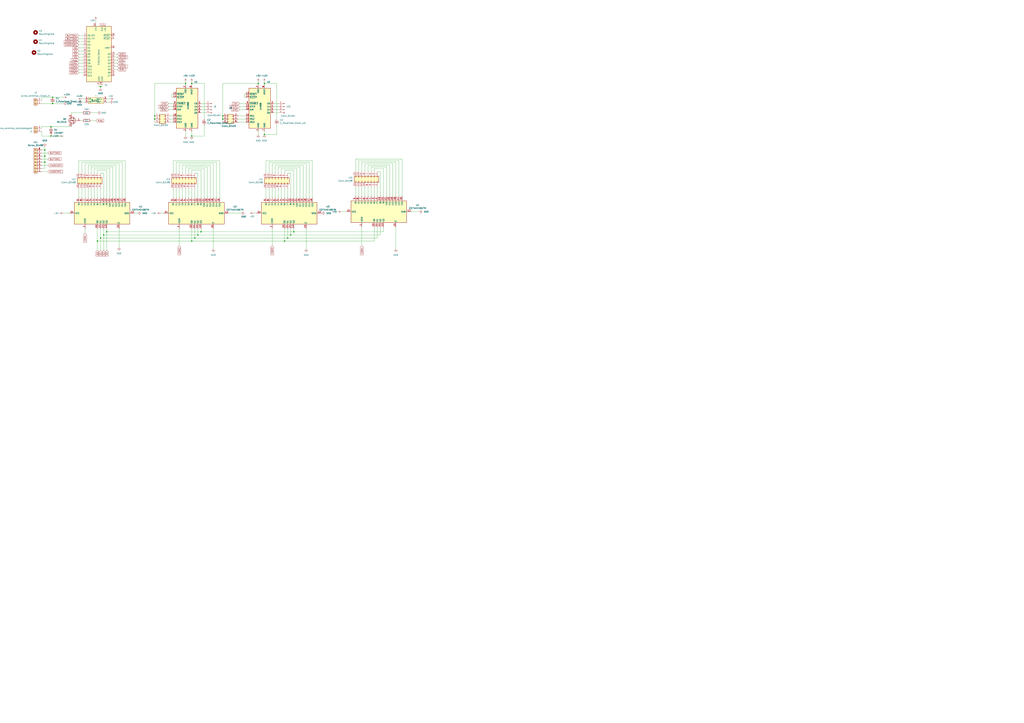
<source format=kicad_sch>
(kicad_sch (version 20250114) (generator "eeschema") (generator_version "9.0")
  (paper "A1")
  (lib_symbols
    (symbol "74xx:CD74HC4067M"
      (property "Reference" "U" (at -8.89 22.86 0))
      (property "Value" "CD74HC4067M" (at 1.27 22.86 0))
      (symbol "CD74HC4067M_1_1"
        (pin passive line (at -12.7 12.7 0) (length 3.81) (name "COM") (number "1"))
        (pin input line (at -12.7 2.54 0) (length 3.81) (name "S0") (number "10"))
        (pin input line (at -12.7 0 0) (length 3.81) (name "S1") (number "11"))
        (pin input line (at -12.7 -2.54 0) (length 3.81) (name "S2") (number "14"))
        (pin input line (at -12.7 -5.08 0) (length 3.81) (name "S3") (number "13"))
        (pin input line (at -12.7 -15.24 0) (length 3.81) (name "~{E}") (number "15"))
        (pin power_in line (at 0 25.4 270) (length 3.81) (name "VCC") (number "24"))
        (pin power_in line (at 0 -27.94 90) (length 3.81) (name "GND") (number "12"))
        (pin passive line (at 12.7 17.78 180) (length 3.81) (name "I0") (number "9"))
        (pin passive line (at 12.7 15.24 180) (length 3.81) (name "I1") (number "8"))
        (pin passive line (at 12.7 12.7 180) (length 3.81) (name "I2") (number "7"))
        (pin passive line (at 12.7 10.16 180) (length 3.81) (name "I3") (number "6"))
        (pin passive line (at 12.7 7.62 180) (length 3.81) (name "I4") (number "5"))
        (pin passive line (at 12.7 5.08 180) (length 3.81) (name "I5") (number "4"))
        (pin passive line (at 12.7 2.54 180) (length 3.81) (name "I6") (number "3"))
        (pin passive line (at 12.7 0 180) (length 3.81) (name "I7") (number "2"))
        (pin passive line (at 12.7 -2.54 180) (length 3.81) (name "I8") (number "23"))
        (pin passive line (at 12.7 -5.08 180) (length 3.81) (name "I9") (number "22"))
        (pin passive line (at 12.7 -7.62 180) (length 3.81) (name "I10") (number "21"))
        (pin passive line (at 12.7 -10.16 180) (length 3.81) (name "I11") (number "20"))
        (pin passive line (at 12.7 -12.7 180) (length 3.81) (name "I12") (number "19"))
        (pin passive line (at 12.7 -15.24 180) (length 3.81) (name "I13") (number "18"))
        (pin passive line (at 12.7 -17.78 180) (length 3.81) (name "I14") (number "17"))
        (pin passive line (at 12.7 -20.32 180) (length 3.81) (name "I15") (number "16"))
      )
    )
    (symbol "Conn_01x04_Pin_1" (pin_names (offset 1.016) (hide yes))
      (property "Reference" "J9" (at -1.27 -2.5401 0))
      (property "Value" "Conn_01x04_Pin" (at -1.27 -0.0001 0))
      (symbol "Conn_01x04_Pin_1_1_1"
        (pin passive line (at 5.08 2.54 180) (length 3.81) (name "Pin_1") (number "4"))
        (pin passive line (at 5.08 0 180) (length 3.81) (name "Pin_2") (number "3"))
        (pin passive line (at 5.08 -2.54 180) (length 3.81) (name "Pin_3") (number "2"))
        (pin passive line (at 5.08 -5.08 180) (length 3.81) (name "Pin_4") (number "1"))
      )
    )
    (symbol "Conn_02x03_Counter_Clockwise_1" (pin_names (offset 1.016) (hide yes))
      (property "Reference" "J7" (at 1.27 8.89 0))
      (property "Value" "Conn_02x03_Counter_Clockwise" (at 1.27 6.35 0))
      (symbol "Conn_02x03_Counter_Clockwise_1_1_1"
        (pin passive line (at -5.08 2.54 0) (length 3.81) (name "Pin_1") (number "1"))
        (pin passive line (at -5.08 0 0) (length 3.81) (name "Pin_2") (number "3"))
        (pin passive line (at -5.08 -2.54 0) (length 3.81) (name "Pin_3") (number "5"))
        (pin passive line (at 7.62 2.54 180) (length 3.81) (name "Pin_6") (number "2"))
        (pin passive line (at 7.62 0 180) (length 3.81) (name "Pin_5") (number "4"))
        (pin passive line (at 7.62 -2.54 180) (length 3.81) (name "Pin_4") (number "6"))
      )
    )
    (symbol "Conn_02x08_Odd_Even_2" (pin_names (offset 1.016) (hide yes))
      (property "Reference" "J12" (at -0.0001 -12.7 90))
      (property "Value" "Conn_02x08_Odd_Even" (at 2.5399 -12.7 90))
      (symbol "Conn_02x08_Odd_Even_2_1_1"
        (pin passive line (at -5.08 7.62 0) (length 3.81) (name "Pin_1") (number "1"))
        (pin passive line (at -5.08 5.08 0) (length 3.81) (name "Pin_3") (number "3"))
        (pin passive line (at -5.08 2.54 0) (length 3.81) (name "Pin_5") (number "5"))
        (pin passive line (at -5.08 0 0) (length 3.81) (name "Pin_7") (number "7"))
        (pin passive line (at -5.08 -2.54 0) (length 3.81) (name "Pin_9") (number "9"))
        (pin passive line (at -5.08 -5.08 0) (length 3.81) (name "Pin_11") (number "11"))
        (pin passive line (at -5.08 -7.62 0) (length 3.81) (name "Pin_13") (number "13"))
        (pin passive line (at -5.08 -10.16 0) (length 3.81) (name "Pin_15") (number "15"))
        (pin passive line (at 7.62 7.62 180) (length 3.81) (name "Pin_2") (number "2"))
        (pin passive line (at 7.62 5.08 180) (length 3.81) (name "Pin_4") (number "4"))
        (pin passive line (at 7.62 2.54 180) (length 3.81) (name "Pin_6") (number "6"))
        (pin passive line (at 7.62 0 180) (length 3.81) (name "Pin_8") (number "8"))
        (pin passive line (at 7.62 -2.54 180) (length 3.81) (name "6") (number "10"))
        (pin passive line (at 7.62 -5.08 180) (length 3.81) (name "Pin_12") (number "12"))
        (pin passive line (at 7.62 -7.62 180) (length 3.81) (name "Pin_14") (number "14"))
        (pin passive line (at 7.62 -10.16 180) (length 3.81) (name "Pin_16") (number "16"))
      )
    )
    (symbol "Connector:Screw_Terminal_01x02" (pin_names (offset 1.016) (hide yes))
      (property "Reference" "J" (at 0 2.54 0))
      (property "Value" "Screw_Terminal_01x02" (at 0 -5.08 0))
      (symbol "Screw_Terminal_01x02_1_1"
        (pin passive line (at -5.08 0 0) (length 3.81) (name "Pin_1") (number "1"))
        (pin passive line (at -5.08 -2.54 0) (length 3.81) (name "Pin_2") (number "2"))
      )
    )
    (symbol "Connector:Screw_Terminal_01x08" (pin_names (offset 1.016) (hide yes))
      (property "Reference" "J" (at 0 10.16 0))
      (property "Value" "Screw_Terminal_01x08" (at 0 -12.7 0))
      (symbol "Screw_Terminal_01x08_1_1"
        (pin passive line (at -5.08 7.62 0) (length 3.81) (name "Pin_1") (number "1"))
        (pin passive line (at -5.08 5.08 0) (length 3.81) (name "Pin_2") (number "2"))
        (pin passive line (at -5.08 2.54 0) (length 3.81) (name "Pin_3") (number "3"))
        (pin passive line (at -5.08 0 0) (length 3.81) (name "Pin_4") (number "4"))
        (pin passive line (at -5.08 -2.54 0) (length 3.81) (name "Pin_5") (number "5"))
        (pin passive line (at -5.08 -5.08 0) (length 3.81) (name "Pin_6") (number "6"))
        (pin passive line (at -5.08 -7.62 0) (length 3.81) (name "Pin_7") (number "7"))
        (pin passive line (at -5.08 -10.16 0) (length 3.81) (name "Pin_8") (number "8"))
      )
    )
    (symbol "Connector_Generic:Conn_02x03_Counter_Clockwise" (pin_names (offset 1.016) (hide yes))
      (property "Reference" "J8" (at 1.27 8.89 0))
      (property "Value" "Conn_02x03_Counter_Clockwise" (at 1.27 6.35 0))
      (symbol "Conn_02x03_Counter_Clockwise_1_1"
        (pin passive line (at -5.08 2.54 0) (length 3.81) (name "Pin_1") (number "1"))
        (pin passive line (at -5.08 0 0) (length 3.81) (name "Pin_2") (number "3"))
        (pin passive line (at -5.08 -2.54 0) (length 3.81) (name "Pin_3") (number "5"))
        (pin passive line (at 7.62 2.54 180) (length 3.81) (name "Pin_6") (number "2"))
        (pin passive line (at 7.62 0 180) (length 3.81) (name "Pin_5") (number "4"))
        (pin passive line (at 7.62 -2.54 180) (length 3.81) (name "Pin_4") (number "6"))
      )
    )
    (symbol "Device:C_Polarized_Small_US" (pin_numbers (hide yes)) (pin_names (offset 0.254) (hide yes))
      (property "Reference" "C" (at 0.254 1.778 0))
      (property "Value" "C_Polarized_Small_US" (at 0.254 -2.032 0))
      (symbol "C_Polarized_Small_US_1_1"
        (pin passive line (at 0 2.54 270) (length 2.032) (name "~") (number "1"))
        (pin passive line (at 0 -2.54 90) (length 2.032) (name "~") (number "2"))
      )
    )
    (symbol "Device:R" (pin_numbers (hide yes)) (pin_names (offset 0))
      (property "Reference" "R" (at 2.032 0 90))
      (property "Value" "R" (at 0 0 90))
      (symbol "R_1_1"
        (pin passive line (at 0 3.81 270) (length 1.27) (name "~") (number "1"))
        (pin passive line (at 0 -3.81 90) (length 1.27) (name "~") (number "2"))
      )
    )
    (symbol "Diode:1N4007" (pin_numbers (hide yes)) (pin_names (hide yes))
      (property "Reference" "D" (at 0 2.54 0))
      (property "Value" "1N4007" (at 0 -2.54 0))
      (symbol "1N4007_1_1"
        (pin passive line (at -3.81 0 0) (length 2.54) (name "K") (number "1"))
        (pin passive line (at 3.81 0 180) (length 2.54) (name "A") (number "2"))
      )
    )
    (symbol "Driver_Motor:Pololu_Breakout_A4988"
      (property "Reference" "A" (at -2.54 19.05 0))
      (property "Value" "Pololu_Breakout_A4988" (at -2.54 16.51 0))
      (symbol "Pololu_Breakout_A4988_1_1"
        (pin input line (at -10.16 10.16 0) (length 2.54) (name "~{RESET}") (number "13"))
        (pin input line (at -10.16 7.62 0) (length 2.54) (name "~{SLEEP}") (number "14"))
        (pin input line (at -10.16 2.54 0) (length 2.54) (name "~{ENABLE}") (number "9"))
        (pin input line (at -10.16 0 0) (length 2.54) (name "STEP") (number "15"))
        (pin input line (at -10.16 -2.54 0) (length 2.54) (name "DIR") (number "16"))
        (pin input line (at -10.16 -7.62 0) (length 2.54) (name "MS1") (number "10"))
        (pin input line (at -10.16 -10.16 0) (length 2.54) (name "MS2") (number "11"))
        (pin input line (at -10.16 -12.7 0) (length 2.54) (name "MS3") (number "12"))
        (pin power_in line (at 0 17.78 270) (length 2.54) (name "VDD") (number "2"))
        (pin power_in line (at 0 -20.32 90) (length 2.54) (name "GND") (number "1"))
        (pin power_in line (at 5.08 17.78 270) (length 2.54) (name "VMOT") (number "8"))
        (pin power_in line (at 5.08 -20.32 90) (length 2.54) (name "GND") (number "7"))
        (pin output line (at 12.7 2.54 180) (length 2.54) (name "1B") (number "3"))
        (pin output line (at 12.7 0 180) (length 2.54) (name "1A") (number "4"))
        (pin output line (at 12.7 -2.54 180) (length 2.54) (name "2A") (number "5"))
        (pin output line (at 12.7 -5.08 180) (length 2.54) (name "2B") (number "6"))
      )
    )
    (symbol "Emil:LM2597_module"
      (property "Reference" "BUCK1" (at 8.382 2.286 0))
      (property "Value" "~" (at 8.89 6.35 0))
      (symbol "LM2597_module_1_1"
        (pin input line (at 0 3.81 0) (length 2.54) (name "IN+") (number "1"))
        (pin input line (at 0 1.27 0) (length 2.54) (name "IN-") (number "2"))
        (pin output line (at 17.78 3.81 180) (length 2.54) (name "OUT+") (number "3"))
        (pin output line (at 17.78 1.27 180) (length 2.54) (name "OUT-") (number "4"))
      )
    )
    (symbol "MCU_Module:Arduino_Nano_v3.x"
      (property "Reference" "A" (at -10.16 23.495 0))
      (property "Value" "Arduino_Nano_v3.x" (at 5.08 -24.13 0))
      (symbol "Arduino_Nano_v3.x_1_1"
        (pin bidirectional line (at -12.7 15.24 0) (length 2.54) (name "D0/RX") (number "2"))
        (pin bidirectional line (at -12.7 12.7 0) (length 2.54) (name "D1/TX") (number "1"))
        (pin bidirectional line (at -12.7 10.16 0) (length 2.54) (name "D2") (number "5"))
        (pin bidirectional line (at -12.7 7.62 0) (length 2.54) (name "D3") (number "6"))
        (pin bidirectional line (at -12.7 5.08 0) (length 2.54) (name "D4") (number "7"))
        (pin bidirectional line (at -12.7 2.54 0) (length 2.54) (name "D5") (number "8"))
        (pin bidirectional line (at -12.7 0 0) (length 2.54) (name "D6") (number "9"))
        (pin bidirectional line (at -12.7 -2.54 0) (length 2.54) (name "D7") (number "10"))
        (pin bidirectional line (at -12.7 -5.08 0) (length 2.54) (name "D8") (number "11"))
        (pin bidirectional line (at -12.7 -7.62 0) (length 2.54) (name "D9") (number "12"))
        (pin bidirectional line (at -12.7 -10.16 0) (length 2.54) (name "D10") (number "13"))
        (pin bidirectional line (at -12.7 -12.7 0) (length 2.54) (name "D11") (number "14"))
        (pin bidirectional line (at -12.7 -15.24 0) (length 2.54) (name "D12") (number "15"))
        (pin bidirectional line (at -12.7 -17.78 0) (length 2.54) (name "D13") (number "16"))
        (pin power_in line (at -2.54 25.4 270) (length 2.54) (name "VIN") (number "30"))
        (pin power_in line (at 0 -25.4 90) (length 2.54) (name "GND") (number "4"))
        (pin power_out line (at 2.54 25.4 270) (length 2.54) (name "3V3") (number "17"))
        (pin power_in line (at 2.54 -25.4 90) (length 2.54) (name "GND") (number "29"))
        (pin power_out line (at 5.08 25.4 270) (length 2.54) (name "+5V") (number "27"))
        (pin input line (at 12.7 15.24 180) (length 2.54) (name "~{RESET}") (number "28"))
        (pin input line (at 12.7 12.7 180) (length 2.54) (name "~{RESET}") (number "3"))
        (pin input line (at 12.7 5.08 180) (length 2.54) (name "AREF") (number "18"))
        (pin bidirectional line (at 12.7 0 180) (length 2.54) (name "A0") (number "19"))
        (pin bidirectional line (at 12.7 -2.54 180) (length 2.54) (name "A1") (number "20"))
        (pin bidirectional line (at 12.7 -5.08 180) (length 2.54) (name "A2") (number "21"))
        (pin bidirectional line (at 12.7 -7.62 180) (length 2.54) (name "A3") (number "22"))
        (pin bidirectional line (at 12.7 -10.16 180) (length 2.54) (name "A4") (number "23"))
        (pin bidirectional line (at 12.7 -12.7 180) (length 2.54) (name "A5") (number "24"))
        (pin bidirectional line (at 12.7 -15.24 180) (length 2.54) (name "A6") (number "25"))
        (pin bidirectional line (at 12.7 -17.78 180) (length 2.54) (name "A7") (number "26"))
      )
    )
    (symbol "Mechanical:MountingHole" (pin_names (offset 1.016)) (exclude_from_sim yes) (in_bom no)
      (property "Reference" "H" (at 0 5.08 0))
      (property "Value" "MountingHole" (at 0 3.175 0))
    )
    (symbol "R_1" (pin_numbers (hide yes)) (pin_names (offset 0))
      (property "Reference" "R1" (at 6.35 0 90))
      (property "Value" "220" (at 3.81 0 90))
      (symbol "R_1_1_1"
        (pin passive line (at 0 3.81 270) (length 1.27) (name "~") (number "1"))
        (pin passive line (at 0 -3.81 90) (length 1.27) (name "~") (number "2"))
      )
    )
    (symbol "Transistor_FET:IRLZ34N" (pin_names (hide yes))
      (property "Reference" "Q" (at 5.08 1.905 0))
      (property "Value" "IRLZ34N" (at 5.08 0 0))
      (symbol "IRLZ34N_1_1"
        (pin input line (at -5.08 0 0) (length 2.54) (name "G") (number "1"))
        (pin passive line (at 2.54 5.08 270) (length 2.54) (name "D") (number "2"))
        (pin passive line (at 2.54 -5.08 90) (length 2.54) (name "S") (number "3"))
      )
    )
    (symbol "power:+12V" (power) (pin_numbers (hide yes)) (pin_names (offset 0) (hide yes))
      (property "Value" "+12V" (at 0 3.556 0))
      (symbol "+12V_1_1"
        (pin power_in line (at 0 0 90) (length 0) (name "~") (number "1"))
      )
    )
    (symbol "power:+5V" (power) (pin_numbers (hide yes)) (pin_names (offset 0) (hide yes))
      (property "Value" "+5V" (at 0 3.556 0))
      (symbol "+5V_1_1"
        (pin power_in line (at 0 0 90) (length 0) (name "~") (number "1"))
      )
    )
    (symbol "power:GND" (power) (pin_numbers (hide yes)) (pin_names (offset 0) (hide yes))
      (property "Value" "GND" (at 0 -3.81 0))
      (symbol "GND_1_1"
        (pin power_in line (at 0 0 270) (length 0) (name "~") (number "1"))
      )
    )
  )
  (junction (at 36.83 123.19))
  (junction (at 80.01 198.12))
  (junction (at 182.88 97.79))
  (junction (at 233.68 198.12))
  (junction (at 182.88 95.25))
  (junction (at 236.22 195.58))
  (junction (at 165.1 190.5))
  (junction (at 82.55 195.58))
  (junction (at 36.83 133.35))
  (junction (at 162.56 193.04))
  (junction (at 241.3 190.5))
  (junction (at 217.17 68.58))
  (junction (at 152.4 68.58))
  (junction (at 157.48 198.12))
  (junction (at 41.91 104.14))
  (junction (at 127 95.25))
  (junction (at 41.91 111.76))
  (junction (at 160.02 195.58))
  (junction (at 217.17 110.49))
  (junction (at 87.63 190.5))
  (junction (at 43.18 85.09))
  (junction (at 43.18 80.01))
  (junction (at 127 97.79))
  (junction (at 82.55 71.12))
  (junction (at 36.83 128.27))
  (junction (at 157.48 68.58))
  (junction (at 85.09 193.04))
  (junction (at 157.48 111.76))
  (junction (at 212.09 68.58))
  (junction (at 238.76 193.04))
  (wire (pts (xy 142.24 80.01) (xy 140.97 80.01)))
  (wire (pts (xy 80.01 92.71) (xy 74.93 92.71)))
  (wire (pts (xy 223.52 187.96) (xy 223.52 201.93)))
  (wire (pts (xy 297.18 153.67) (xy 297.18 161.29)))
  (wire (pts (xy 149.86 142.24) (xy 149.86 135.89)))
  (wire (pts (xy 90.17 138.43) (xy 90.17 162.56)))
  (wire (pts (xy 195.58 95.25) (xy 201.93 95.25)))
  (wire (pts (xy 187.96 175.26) (xy 198.12 175.26)))
  (wire (pts (xy 294.64 153.67) (xy 294.64 161.29)))
  (wire (pts (xy 196.85 87.63) (xy 201.93 87.63)))
  (wire (pts (xy 58.42 92.71) (xy 58.42 93.98)))
  (wire (pts (xy 139.7 100.33) (xy 142.24 100.33)))
  (wire (pts (xy 85.09 193.04) (xy 85.09 205.74)))
  (wire (pts (xy 72.39 154.94) (xy 72.39 162.56)))
  (wire (pts (xy 77.47 138.43) (xy 90.17 138.43)))
  (wire (pts (xy 110.49 175.26) (xy 113.03 175.26)))
  (wire (pts (xy 154.94 142.24) (xy 154.94 138.43)))
  (wire (pts (xy 236.22 195.58) (xy 309.88 195.58)))
  (wire (pts (xy 36.83 138.43) (xy 36.83 133.35)))
  (wire (pts (xy 280.67 173.99) (xy 284.48 173.99)))
  (wire (pts (xy 165.1 92.71) (xy 168.91 92.71)))
  (wire (pts (xy 320.04 135.89) (xy 320.04 161.29)))
  (wire (pts (xy 152.4 68.58) (xy 152.4 69.85)))
  (wire (pts (xy 85.09 142.24) (xy 85.09 162.56)))
  (wire (pts (xy 92.71 137.16) (xy 92.71 162.56)))
  (wire (pts (xy 223.52 142.24) (xy 223.52 134.62)))
  (wire (pts (xy 144.78 142.24) (xy 144.78 133.35)))
  (wire (pts (xy 224.79 87.63) (xy 228.6 87.63)))
  (wire (pts (xy 182.88 95.25) (xy 182.88 97.79)))
  (wire (pts (xy 292.1 140.97) (xy 292.1 130.81)))
  (wire (pts (xy 317.5 137.16) (xy 317.5 161.29)))
  (wire (pts (xy 302.26 140.97) (xy 302.26 135.89)))
  (wire (pts (xy 167.64 138.43) (xy 167.64 162.56)))
  (wire (pts (xy 67.31 142.24) (xy 67.31 133.35)))
  (wire (pts (xy 162.56 142.24) (xy 162.56 162.56)))
  (wire (pts (xy 165.1 87.63) (xy 168.91 87.63)))
  (wire (pts (xy 41.91 104.14) (xy 58.42 104.14)))
  (wire (pts (xy 80.01 198.12) (xy 80.01 205.74)))
  (wire (pts (xy 195.58 100.33) (xy 201.93 100.33)))
  (wire (pts (xy 127 68.58) (xy 152.4 68.58)))
  (wire (pts (xy 251.46 134.62) (xy 251.46 162.56)))
  (wire (pts (xy 243.84 138.43) (xy 243.84 162.56)))
  (wire (pts (xy 254 133.35) (xy 254 162.56)))
  (wire (pts (xy 142.24 132.08) (xy 180.34 132.08)))
  (wire (pts (xy 236.22 142.24) (xy 238.76 142.24)))
  (wire (pts (xy 224.79 85.09) (xy 228.6 85.09)))
  (wire (pts (xy 292.1 130.81) (xy 330.2 130.81)))
  (wire (pts (xy 297.18 186.69) (xy 297.18 201.93)))
  (wire (pts (xy 64.77 39.37) (xy 68.58 39.37)))
  (wire (pts (xy 34.29 82.55) (xy 34.29 80.01)))
  (wire (pts (xy 218.44 132.08) (xy 256.54 132.08)))
  (wire (pts (xy 297.18 133.35) (xy 325.12 133.35)))
  (wire (pts (xy 127 95.25) (xy 127 97.79)))
  (wire (pts (xy 64.77 132.08) (xy 102.87 132.08)))
  (wire (pts (xy 238.76 142.24) (xy 238.76 162.56)))
  (wire (pts (xy 196.85 85.09) (xy 201.93 85.09)))
  (wire (pts (xy 82.55 195.58) (xy 160.02 195.58)))
  (wire (pts (xy 83.82 69.85) (xy 83.82 71.12)))
  (wire (pts (xy 322.58 134.62) (xy 322.58 161.29)))
  (wire (pts (xy 80.01 187.96) (xy 80.01 198.12)))
  (wire (pts (xy 223.52 134.62) (xy 251.46 134.62)))
  (wire (pts (xy 157.48 68.58) (xy 157.48 69.85)))
  (wire (pts (xy 299.72 140.97) (xy 299.72 134.62)))
  (wire (pts (xy 314.96 138.43) (xy 314.96 161.29)))
  (wire (pts (xy 157.48 111.76) (xy 167.64 111.76)))
  (wire (pts (xy 299.72 134.62) (xy 322.58 134.62)))
  (wire (pts (xy 142.24 142.24) (xy 142.24 132.08)))
  (wire (pts (xy 175.26 187.96) (xy 175.26 204.47)))
  (wire (pts (xy 182.88 68.58) (xy 182.88 95.25)))
  (wire (pts (xy 39.37 130.81) (xy 34.29 130.81)))
  (wire (pts (xy 85.09 193.04) (xy 162.56 193.04)))
  (wire (pts (xy 233.68 198.12) (xy 307.34 198.12)))
  (wire (pts (xy 217.17 67.31) (xy 217.17 68.58)))
  (wire (pts (xy 127 97.79) (xy 127 100.33)))
  (wire (pts (xy 77.47 142.24) (xy 77.47 138.43)))
  (wire (pts (xy 157.48 198.12) (xy 157.48 187.96)))
  (wire (pts (xy 157.48 107.95) (xy 157.48 111.76)))
  (wire (pts (xy 82.55 142.24) (xy 85.09 142.24)))
  (wire (pts (xy 218.44 154.94) (xy 218.44 162.56)))
  (wire (pts (xy 82.55 187.96) (xy 82.55 195.58)))
  (wire (pts (xy 64.77 142.24) (xy 64.77 132.08)))
  (wire (pts (xy 34.29 111.76) (xy 41.91 111.76)))
  (wire (pts (xy 34.29 138.43) (xy 36.83 138.43)))
  (wire (pts (xy 87.63 139.7) (xy 87.63 162.56)))
  (wire (pts (xy 248.92 135.89) (xy 248.92 162.56)))
  (wire (pts (xy 241.3 139.7) (xy 241.3 162.56)))
  (wire (pts (xy 67.31 154.94) (xy 67.31 162.56)))
  (wire (pts (xy 307.34 153.67) (xy 307.34 161.29)))
  (wire (pts (xy 93.98 52.07) (xy 96.52 52.07)))
  (wire (pts (xy 152.4 67.31) (xy 152.4 68.58)))
  (wire (pts (xy 142.24 154.94) (xy 142.24 162.56)))
  (wire (pts (xy 307.34 198.12) (xy 307.34 186.69)))
  (wire (pts (xy 297.18 140.97) (xy 297.18 133.35)))
  (wire (pts (xy 325.12 186.69) (xy 325.12 204.47)))
  (wire (pts (xy 74.93 142.24) (xy 74.93 137.16)))
  (wire (pts (xy 226.06 154.94) (xy 226.06 162.56)))
  (wire (pts (xy 226.06 135.89) (xy 248.92 135.89)))
  (wire (pts (xy 64.77 34.29) (xy 68.58 34.29)))
  (wire (pts (xy 160.02 195.58) (xy 160.02 187.96)))
  (wire (pts (xy 95.25 135.89) (xy 95.25 162.56)))
  (wire (pts (xy 217.17 68.58) (xy 217.17 69.85)))
  (wire (pts (xy 77.47 154.94) (xy 77.47 162.56)))
  (wire (pts (xy 165.1 139.7) (xy 165.1 162.56)))
  (wire (pts (xy 64.77 36.83) (xy 68.58 36.83)))
  (wire (pts (xy 82.55 195.58) (xy 82.55 205.74)))
  (wire (pts (xy 304.8 137.16) (xy 317.5 137.16)))
  (wire (pts (xy 304.8 153.67) (xy 304.8 161.29)))
  (wire (pts (xy 162.56 193.04) (xy 162.56 187.96)))
  (wire (pts (xy 39.37 125.73) (xy 34.29 125.73)))
  (wire (pts (xy 325.12 133.35) (xy 325.12 161.29)))
  (wire (pts (xy 140.97 77.47) (xy 142.24 77.47)))
  (wire (pts (xy 43.18 80.01) (xy 52.07 80.01)))
  (wire (pts (xy 246.38 137.16) (xy 246.38 162.56)))
  (wire (pts (xy 152.4 137.16) (xy 170.18 137.16)))
  (wire (pts (xy 238.76 187.96) (xy 238.76 193.04)))
  (wire (pts (xy 182.88 68.58) (xy 212.09 68.58)))
  (wire (pts (xy 212.09 107.95) (xy 212.09 110.49)))
  (wire (pts (xy 87.63 81.28) (xy 90.17 81.28)))
  (wire (pts (xy 236.22 195.58) (xy 236.22 187.96)))
  (wire (pts (xy 309.88 140.97) (xy 312.42 140.97)))
  (wire (pts (xy 74.93 154.94) (xy 74.93 162.56)))
  (wire (pts (xy 36.83 123.19) (xy 36.83 128.27)))
  (wire (pts (xy 87.63 190.5) (xy 165.1 190.5)))
  (wire (pts (xy 64.77 29.21) (xy 68.58 29.21)))
  (wire (pts (xy 147.32 154.94) (xy 147.32 162.56)))
  (wire (pts (xy 224.79 92.71) (xy 228.6 92.71)))
  (wire (pts (xy 162.56 193.04) (xy 238.76 193.04)))
  (wire (pts (xy 138.43 85.09) (xy 142.24 85.09)))
  (wire (pts (xy 69.85 187.96) (xy 69.85 191.77)))
  (wire (pts (xy 212.09 67.31) (xy 212.09 68.58)))
  (wire (pts (xy 160.02 154.94) (xy 160.02 162.56)))
  (wire (pts (xy 218.44 142.24) (xy 218.44 132.08)))
  (wire (pts (xy 132.08 175.26) (xy 134.62 175.26)))
  (wire (pts (xy 74.93 137.16) (xy 92.71 137.16)))
  (wire (pts (xy 36.83 133.35) (xy 34.29 133.35)))
  (wire (pts (xy 39.37 135.89) (xy 34.29 135.89)))
  (wire (pts (xy 80.01 142.24) (xy 80.01 139.7)))
  (wire (pts (xy 236.22 154.94) (xy 236.22 162.56)))
  (wire (pts (xy 337.82 173.99) (xy 344.17 173.99)))
  (wire (pts (xy 52.07 175.26) (xy 57.15 175.26)))
  (wire (pts (xy 139.7 95.25) (xy 142.24 95.25)))
  (wire (pts (xy 294.64 140.97) (xy 294.64 132.08)))
  (wire (pts (xy 34.29 85.09) (xy 43.18 85.09)))
  (wire (pts (xy 208.28 175.26) (xy 210.82 175.26)))
  (wire (pts (xy 83.82 71.12) (xy 82.55 71.12)))
  (wire (pts (xy 292.1 153.67) (xy 292.1 161.29)))
  (wire (pts (xy 64.77 54.61) (xy 68.58 54.61)))
  (wire (pts (xy 307.34 140.97) (xy 307.34 138.43)))
  (wire (pts (xy 233.68 154.94) (xy 233.68 162.56)))
  (wire (pts (xy 34.29 105.41) (xy 34.29 104.14)))
  (wire (pts (xy 149.86 154.94) (xy 149.86 162.56)))
  (wire (pts (xy 217.17 110.49) (xy 227.33 110.49)))
  (wire (pts (xy 36.83 128.27) (xy 36.83 133.35)))
  (wire (pts (xy 160.02 142.24) (xy 162.56 142.24)))
  (wire (pts (xy 227.33 97.79) (xy 227.33 68.58)))
  (wire (pts (xy 93.98 44.45) (xy 96.52 44.45)))
  (wire (pts (xy 82.55 71.12) (xy 82.55 72.39)))
  (wire (pts (xy 157.48 139.7) (xy 165.1 139.7)))
  (wire (pts (xy 67.31 92.71) (xy 58.42 92.71)))
  (wire (pts (xy 177.8 133.35) (xy 177.8 162.56)))
  (wire (pts (xy 87.63 187.96) (xy 87.63 190.5)))
  (wire (pts (xy 233.68 139.7) (xy 241.3 139.7)))
  (wire (pts (xy 160.02 195.58) (xy 236.22 195.58)))
  (wire (pts (xy 34.29 107.95) (xy 34.29 111.76)))
  (wire (pts (xy 64.77 59.69) (xy 68.58 59.69)))
  (wire (pts (xy 304.8 140.97) (xy 304.8 137.16)))
  (wire (pts (xy 330.2 130.81) (xy 330.2 161.29)))
  (wire (pts (xy 93.98 46.99) (xy 96.52 46.99)))
  (wire (pts (xy 172.72 135.89) (xy 172.72 162.56)))
  (wire (pts (xy 147.32 134.62) (xy 175.26 134.62)))
  (wire (pts (xy 93.98 49.53) (xy 96.52 49.53)))
  (wire (pts (xy 102.87 132.08) (xy 102.87 162.56)))
  (wire (pts (xy 220.98 142.24) (xy 220.98 133.35)))
  (wire (pts (xy 167.64 111.76) (xy 167.64 102.87)))
  (wire (pts (xy 34.29 104.14) (xy 41.91 104.14)))
  (wire (pts (xy 82.55 154.94) (xy 82.55 162.56)))
  (wire (pts (xy 67.31 133.35) (xy 100.33 133.35)))
  (wire (pts (xy 127 68.58) (xy 127 95.25)))
  (wire (pts (xy 241.3 190.5) (xy 314.96 190.5)))
  (wire (pts (xy 154.94 154.94) (xy 154.94 162.56)))
  (wire (pts (xy 81.28 71.12) (xy 81.28 69.85)))
  (wire (pts (xy 69.85 142.24) (xy 69.85 134.62)))
  (wire (pts (xy 165.1 190.5) (xy 165.1 187.96)))
  (wire (pts (xy 41.91 111.76) (xy 52.07 111.76)))
  (wire (pts (xy 78.74 16.51) (xy 78.74 19.05)))
  (wire (pts (xy 87.63 190.5) (xy 87.63 205.74)))
  (wire (pts (xy 139.7 97.79) (xy 142.24 97.79)))
  (wire (pts (xy 327.66 132.08) (xy 327.66 161.29)))
  (wire (pts (xy 165.1 85.09) (xy 168.91 85.09)))
  (wire (pts (xy 312.42 140.97) (xy 312.42 161.29)))
  (wire (pts (xy 100.33 133.35) (xy 100.33 162.56)))
  (wire (pts (xy 67.31 83.82) (xy 69.85 83.82)))
  (wire (pts (xy 64.77 44.45) (xy 68.58 44.45)))
  (wire (pts (xy 43.18 85.09) (xy 52.07 85.09)))
  (wire (pts (xy 217.17 110.49) (xy 217.17 107.95)))
  (wire (pts (xy 72.39 142.24) (xy 72.39 135.89)))
  (wire (pts (xy 34.29 80.01) (xy 43.18 80.01)))
  (wire (pts (xy 299.72 153.67) (xy 299.72 161.29)))
  (wire (pts (xy 312.42 193.04) (xy 238.76 193.04)))
  (wire (pts (xy 302.26 135.89) (xy 320.04 135.89)))
  (wire (pts (xy 256.54 132.08) (xy 256.54 162.56)))
  (wire (pts (xy 227.33 68.58) (xy 217.17 68.58)))
  (wire (pts (xy 201.93 80.01) (xy 200.66 80.01)))
  (wire (pts (xy 231.14 138.43) (xy 243.84 138.43)))
  (wire (pts (xy 39.37 140.97) (xy 34.29 140.97)))
  (wire (pts (xy 228.6 137.16) (xy 246.38 137.16)))
  (wire (pts (xy 241.3 187.96) (xy 241.3 190.5)))
  (wire (pts (xy 34.29 128.27) (xy 36.83 128.27)))
  (wire (pts (xy 152.4 111.76) (xy 152.4 107.95)))
  (wire (pts (xy 157.48 67.31) (xy 157.48 68.58)))
  (wire (pts (xy 165.1 190.5) (xy 241.3 190.5)))
  (wire (pts (xy 36.83 123.19) (xy 36.83 120.65)))
  (wire (pts (xy 97.79 187.96) (xy 97.79 203.2)))
  (wire (pts (xy 233.68 198.12) (xy 233.68 187.96)))
  (wire (pts (xy 195.58 97.79) (xy 201.93 97.79)))
  (wire (pts (xy 152.4 154.94) (xy 152.4 162.56)))
  (wire (pts (xy 80.01 198.12) (xy 157.48 198.12)))
  (wire (pts (xy 231.14 154.94) (xy 231.14 162.56)))
  (wire (pts (xy 78.74 99.06) (xy 74.93 99.06)))
  (wire (pts (xy 138.43 90.17) (xy 142.24 90.17)))
  (wire (pts (xy 227.33 110.49) (xy 227.33 102.87)))
  (wire (pts (xy 231.14 142.24) (xy 231.14 138.43)))
  (wire (pts (xy 180.34 132.08) (xy 180.34 162.56)))
  (wire (pts (xy 34.29 123.19) (xy 36.83 123.19)))
  (wire (pts (xy 200.66 77.47) (xy 201.93 77.47)))
  (wire (pts (xy 309.88 195.58) (xy 309.88 186.69)))
  (wire (pts (xy 97.79 134.62) (xy 97.79 162.56)))
  (wire (pts (xy 167.64 97.79) (xy 167.64 68.58)))
  (wire (pts (xy 64.77 154.94) (xy 64.77 162.56)))
  (wire (pts (xy 251.46 187.96) (xy 251.46 204.47)))
  (wire (pts (xy 175.26 134.62) (xy 175.26 162.56)))
  (wire (pts (xy 93.98 57.15) (xy 96.52 57.15)))
  (wire (pts (xy 144.78 133.35) (xy 177.8 133.35)))
  (wire (pts (xy 233.68 142.24) (xy 233.68 139.7)))
  (wire (pts (xy 80.01 139.7) (xy 87.63 139.7)))
  (wire (pts (xy 226.06 142.24) (xy 226.06 135.89)))
  (wire (pts (xy 64.77 52.07) (xy 68.58 52.07)))
  (wire (pts (xy 223.52 154.94) (xy 223.52 162.56)))
  (wire (pts (xy 93.98 54.61) (xy 96.52 54.61)))
  (wire (pts (xy 64.77 49.53) (xy 68.58 49.53)))
  (wire (pts (xy 200.66 80.01) (xy 200.66 77.47)))
  (wire (pts (xy 82.55 71.12) (xy 81.28 71.12)))
  (wire (pts (xy 67.31 99.06) (xy 66.04 99.06)))
  (wire (pts (xy 80.01 154.94) (xy 80.01 162.56)))
  (wire (pts (xy 212.09 68.58) (xy 212.09 69.85)))
  (wire (pts (xy 154.94 138.43) (xy 167.64 138.43)))
  (wire (pts (xy 307.34 138.43) (xy 314.96 138.43)))
  (wire (pts (xy 157.48 198.12) (xy 233.68 198.12)))
  (wire (pts (xy 64.77 46.99) (xy 68.58 46.99)))
  (wire (pts (xy 149.86 135.89) (xy 172.72 135.89)))
  (wire (pts (xy 196.85 90.17) (xy 201.93 90.17)))
  (wire (pts (xy 309.88 153.67) (xy 309.88 161.29)))
  (wire (pts (xy 85.09 187.96) (xy 85.09 193.04)))
  (wire (pts (xy 64.77 31.75) (xy 68.58 31.75)))
  (wire (pts (xy 69.85 134.62) (xy 97.79 134.62)))
  (wire (pts (xy 147.32 142.24) (xy 147.32 134.62)))
  (wire (pts (xy 138.43 87.63) (xy 142.24 87.63)))
  (wire (pts (xy 165.1 90.17) (xy 168.91 90.17)))
  (wire (pts (xy 64.77 57.15) (xy 68.58 57.15)))
  (wire (pts (xy 157.48 142.24) (xy 157.48 139.7)))
  (wire (pts (xy 152.4 142.24) (xy 152.4 137.16)))
  (wire (pts (xy 224.79 90.17) (xy 228.6 90.17)))
  (wire (pts (xy 167.64 68.58) (xy 157.48 68.58)))
  (wire (pts (xy 220.98 154.94) (xy 220.98 162.56)))
  (wire (pts (xy 147.32 187.96) (xy 147.32 201.93)))
  (wire (pts (xy 312.42 186.69) (xy 312.42 193.04)))
  (wire (pts (xy 170.18 137.16) (xy 170.18 162.56)))
  (wire (pts (xy 157.48 154.94) (xy 157.48 162.56)))
  (wire (pts (xy 140.97 80.01) (xy 140.97 77.47)))
  (wire (pts (xy 228.6 142.24) (xy 228.6 137.16)))
  (wire (pts (xy 182.88 97.79) (xy 182.88 100.33)))
  (wire (pts (xy 314.96 186.69) (xy 314.96 190.5)))
  (wire (pts (xy 64.77 41.91) (xy 68.58 41.91)))
  (wire (pts (xy 72.39 135.89) (xy 95.25 135.89)))
  (wire (pts (xy 228.6 154.94) (xy 228.6 162.56)))
  (wire (pts (xy 144.78 154.94) (xy 144.78 162.56)))
  (wire (pts (xy 67.31 81.28) (xy 69.85 81.28)))
  (wire (pts (xy 294.64 132.08) (xy 327.66 132.08)))
  (wire (pts (xy 220.98 133.35) (xy 254 133.35)))
  (wire (pts (xy 302.26 153.67) (xy 302.26 161.29)))
  (wire (pts (xy 69.85 154.94) (xy 69.85 162.56)))
  (wire (pts (xy 87.63 83.82) (xy 90.17 83.82)))
  (global_label "DIR2" (shape input) (at 96.52 44.45 0) (property "Intersheetrefs" "${INTERSHEET_REFS}" (effects (hide yes))))
  (global_label "ENDSTOP1" (shape input) (at 39.37 140.97 0) (property "Intersheetrefs" "${INTERSHEET_REFS}" (effects (hide yes))))
  (global_label "BUTTON2" (shape input) (at 39.37 125.73 0) (property "Intersheetrefs" "${INTERSHEET_REFS}" (effects (hide yes))))
  (global_label "S3" (shape input) (at 64.77 46.99 180) (property "Intersheetrefs" "${INTERSHEET_REFS}" (effects (hide yes))))
  (global_label "ENDSTOP2" (shape input) (at 64.77 34.29 180) (property "Intersheetrefs" "${INTERSHEET_REFS}" (effects (hide yes))))
  (global_label "BUTTON2" (shape input) (at 64.77 31.75 180) (property "Intersheetrefs" "${INTERSHEET_REFS}" (effects (hide yes))))
  (global_label "mag" (shape input) (at 64.77 49.53 180) (property "Intersheetrefs" "${INTERSHEET_REFS}" (effects (hide yes))))
  (global_label "EN1" (shape input) (at 96.52 52.07 0) (property "Intersheetrefs" "${INTERSHEET_REFS}" (effects (hide yes))))
  (global_label "S1" (shape input) (at 82.55 205.74 270) (property "Intersheetrefs" "${INTERSHEET_REFS}" (effects (hide yes))))
  (global_label "S3" (shape input) (at 87.63 205.74 270) (property "Intersheetrefs" "${INTERSHEET_REFS}" (effects (hide yes))))
  (global_label "ENDSTOP2" (shape input) (at 39.37 135.89 0) (property "Intersheetrefs" "${INTERSHEET_REFS}" (effects (hide yes))))
  (global_label "COM2" (shape input) (at 147.32 201.93 270) (property "Intersheetrefs" "${INTERSHEET_REFS}" (effects (hide yes))))
  (global_label "EN2" (shape input) (at 96.52 49.53 0) (property "Intersheetrefs" "${INTERSHEET_REFS}" (effects (hide yes))))
  (global_label "EN1" (shape input) (at 196.85 85.09 180) (property "Intersheetrefs" "${INTERSHEET_REFS}" (effects (hide yes))))
  (global_label "COM4" (shape input) (at 297.18 201.93 270) (property "Intersheetrefs" "${INTERSHEET_REFS}" (effects (hide yes))))
  (global_label "STEP2" (shape input) (at 138.43 87.63 180) (property "Intersheetrefs" "${INTERSHEET_REFS}" (effects (hide yes))))
  (global_label "S0" (shape input) (at 64.77 39.37 180) (property "Intersheetrefs" "${INTERSHEET_REFS}" (effects (hide yes))))
  (global_label "DIR1" (shape input) (at 96.52 57.15 0) (property "Intersheetrefs" "${INTERSHEET_REFS}" (effects (hide yes))))
  (global_label "S0" (shape input) (at 80.01 205.74 270) (property "Intersheetrefs" "${INTERSHEET_REFS}" (effects (hide yes))))
  (global_label "S2" (shape input) (at 85.09 205.74 270) (property "Intersheetrefs" "${INTERSHEET_REFS}" (effects (hide yes))))
  (global_label "BUTTON1" (shape input) (at 39.37 130.81 0) (property "Intersheetrefs" "${INTERSHEET_REFS}" (effects (hide yes))))
  (global_label "STEP1" (shape input) (at 96.52 54.61 0) (property "Intersheetrefs" "${INTERSHEET_REFS}" (effects (hide yes))))
  (global_label "DIR2" (shape input) (at 138.43 90.17 180) (property "Intersheetrefs" "${INTERSHEET_REFS}" (effects (hide yes))))
  (global_label "COM3" (shape input) (at 64.77 54.61 180) (property "Intersheetrefs" "${INTERSHEET_REFS}" (effects (hide yes))))
  (global_label "BUTTON1" (shape input) (at 64.77 29.21 180) (property "Intersheetrefs" "${INTERSHEET_REFS}" (effects (hide yes))))
  (global_label "COM2" (shape input) (at 64.77 59.69 180) (property "Intersheetrefs" "${INTERSHEET_REFS}" (effects (hide yes))))
  (global_label "DIR1" (shape input) (at 196.85 90.17 180) (property "Intersheetrefs" "${INTERSHEET_REFS}" (effects (hide yes))))
  (global_label "S2" (shape input) (at 64.77 44.45 180) (property "Intersheetrefs" "${INTERSHEET_REFS}" (effects (hide yes))))
  (global_label "COM1" (shape input) (at 64.77 57.15 180) (property "Intersheetrefs" "${INTERSHEET_REFS}" (effects (hide yes))))
  (global_label "COM3" (shape input) (at 223.52 201.93 270) (property "Intersheetrefs" "${INTERSHEET_REFS}" (effects (hide yes))))
  (global_label "ENDSTOP1" (shape input) (at 64.77 36.83 180) (property "Intersheetrefs" "${INTERSHEET_REFS}" (effects (hide yes))))
  (global_label "STEP1" (shape input) (at 196.85 87.63 180) (property "Intersheetrefs" "${INTERSHEET_REFS}" (effects (hide yes))))
  (global_label "STEP2" (shape input) (at 96.52 46.99 0) (property "Intersheetrefs" "${INTERSHEET_REFS}" (effects (hide yes))))
  (global_label "COM4" (shape input) (at 64.77 52.07 180) (property "Intersheetrefs" "${INTERSHEET_REFS}" (effects (hide yes))))
  (global_label "COM1" (shape input) (at 69.85 191.77 270) (property "Intersheetrefs" "${INTERSHEET_REFS}" (effects (hide yes))))
  (global_label "S1" (shape input) (at 64.77 41.91 180) (property "Intersheetrefs" "${INTERSHEET_REFS}" (effects (hide yes))))
  (global_label "EN2" (shape input) (at 138.43 85.09 180) (property "Intersheetrefs" "${INTERSHEET_REFS}" (effects (hide yes))))
  (global_label "mag" (shape input) (at 78.74 99.06 0) (property "Intersheetrefs" "${INTERSHEET_REFS}" (effects (hide yes))))
  (symbol (lib_id "Mechanical:MountingHole") (at 27.94 43.18 0) (unit 1) (exclude_from_sim yes) (in_bom no)
    (property "Reference" "H2" (at 30.48 41.9099 0) (effects (justify left)))
    (property "Value" "MountingHole" (at 30.48 44.4499 0) (effects (justify left)))
    (property "Footprint" "MountingHole:MountingHole_3.2mm_M3" (effects (hide yes)))
    (property "Description" "Mounting Hole without connection" (effects (hide yes)))
  )
  (symbol (lib_name "R_1") (lib_id "Device:R") (at 71.12 99.06 270) (unit 1)
    (property "Reference" "R1" (at 71.12 99.06 90))
    (property "Value" "220" (at 71.12 102.108 90))
    (property "Footprint" "Resistor_THT:R_Axial_DIN0207_L6.3mm_D2.5mm_P7.62mm_Horizontal" (effects (hide yes)))
    (property "Description" "Resistor" (effects (hide yes)))
  )
  (symbol (lib_id "power:+5V") (at 152.4 67.31 0) (unit 1)
    (property "Reference" "#PWR06" (effects (hide yes)))
    (property "Value" "+5V" (at 152.4 62.23 0))
    (property "Description" "Power symbol creates a global label with name \"+5V\"" (effects (hide yes)))
  )
  (symbol (lib_id "74xx:CD74HC4067M") (at 160.02 175.26 90) (unit 1)
    (property "Reference" "U2" (at 193.04 169.8146 90))
    (property "Value" "CD74HC4067M" (at 193.04 172.3546 90))
    (property "Footprint" "Library_custom_modules:multiplexer_module" (effects (hide yes)))
    (property "Datasheet" "http://www.ti.com/lit/ds/symlink/cd74hc4067.pdf" (effects (hide yes)))
    (property "Description" "High-Speed CMOS Logic 16-Channel Analog Multiplexer/Demultiplexer, SOIC-24" (effects (hide yes)))
  )
  (symbol (lib_id "Mechanical:MountingHole") (at 29.21 26.67 0) (unit 1) (exclude_from_sim yes) (in_bom no)
    (property "Reference" "H3" (at 31.75 25.3999 0) (effects (justify left)))
    (property "Value" "MountingHole" (at 31.75 27.9399 0) (effects (justify left)))
    (property "Footprint" "MountingHole:MountingHole_3.2mm_M3" (effects (hide yes)))
    (property "Description" "Mounting Hole without connection" (effects (hide yes)))
  )
  (symbol (lib_id "Device:R") (at 71.12 92.71 270) (unit 1)
    (property "Reference" "R2" (at 71.12 92.964 90))
    (property "Value" "10K" (at 71.12 89.916 90))
    (property "Footprint" "Resistor_THT:R_Axial_DIN0207_L6.3mm_D2.5mm_P7.62mm_Horizontal" (effects (hide yes)))
    (property "Description" "Resistor" (effects (hide yes)))
  )
  (symbol (lib_id "power:GND") (at 157.48 111.76 0) (unit 1)
    (property "Reference" "#PWR030" (effects (hide yes)))
    (property "Value" "GND" (at 157.48 116.84 0))
    (property "Description" "Power symbol creates a global label with name \"GND\" , ground" (effects (hide yes)))
  )
  (symbol (lib_id "power:GND") (at 198.12 175.26 90) (unit 1)
    (property "Reference" "#PWR09" (effects (hide yes)))
    (property "Value" "GND" (at 198.12 178.054 90) (effects (justify right)))
    (property "Description" "Power symbol creates a global label with name \"GND\" , ground" (effects (hide yes)))
  )
  (symbol (lib_id "Device:C_Polarized_Small_US") (at 43.18 82.55 0) (unit 1)
    (property "Reference" "C1" (at 45.72 80.8481 0) (effects (justify left)))
    (property "Value" "C_Polarized_Small_US" (at 45.72 83.3881 0) (effects (justify left)))
    (property "Footprint" "Capacitor_THT:CP_Radial_D6.3mm_P2.50mm" (effects (hide yes)))
    (property "Description" "Polarized capacitor, small US symbol" (effects (hide yes)))
  )
  (symbol (lib_name "Conn_02x08_Odd_Even_2") (lib_id "Connector_Generic:Conn_02x08_Odd_Even") (at 152.4 147.32 270) (unit 1)
    (property "Reference" "J13" (at 139.7 147.3199 90) (effects (justify right)))
    (property "Value" "Conn_02x08" (at 139.7 149.8599 90) (effects (justify right)))
    (property "Footprint" "Connector_IDC:IDC-Header_2x08_P2.54mm_Vertical" (effects (hide yes)))
    (property "Description" "Generic connector, double row, 02x08, odd/even pin numbering scheme (row 1 odd numbers, row 2 even numbers), script generated (kicad-library-utils/schlib/autogen/connector/)" (effects (hide yes)))
  )
  (symbol (lib_id "power:GND") (at 217.17 110.49 0) (unit 1)
    (property "Reference" "#PWR031" (effects (hide yes)))
    (property "Value" "GND" (at 217.17 115.57 0))
    (property "Description" "Power symbol creates a global label with name \"GND\" , ground" (effects (hide yes)))
  )
  (symbol (lib_name "Conn_01x04_Pin_1") (lib_id "Connector:Conn_01x04_Pin") (at 233.68 90.17 180) (unit 1)
    (property "Reference" "J10" (at 234.95 87.6299 0) (effects (justify right)))
    (property "Value" "Conn_01x04" (at 230.632 95.25 0) (effects (justify right)))
    (property "Footprint" "Connector_PinHeader_2.54mm:PinHeader_1x04_P2.54mm_Vertical" (effects (hide yes)))
    (property "Description" "Generic connector, single row, 01x04, script generated" (effects (hide yes)))
  )
  (symbol (lib_id "power:GND") (at 264.16 175.26 90) (unit 1)
    (property "Reference" "#PWR010" (effects (hide yes)))
    (property "Value" "GND" (at 267.97 175.2599 90) (effects (justify right)))
    (property "Description" "Power symbol creates a global label with name \"GND\" , ground" (effects (hide yes)))
  )
  (symbol (lib_id "power:+5V") (at 212.09 67.31 0) (unit 1)
    (property "Reference" "#PWR015" (effects (hide yes)))
    (property "Value" "+5V" (at 212.09 62.23 0))
    (property "Description" "Power symbol creates a global label with name \"+5V\"" (effects (hide yes)))
  )
  (symbol (lib_id "74xx:CD74HC4067M") (at 309.88 173.99 90) (unit 1)
    (property "Reference" "U4" (at 342.9 168.5446 90))
    (property "Value" "CD74HC4067M" (at 342.9 171.0846 90))
    (property "Footprint" "Library_custom_modules:multiplexer_module" (effects (hide yes)))
    (property "Datasheet" "http://www.ti.com/lit/ds/symlink/cd74hc4067.pdf" (effects (hide yes)))
    (property "Description" "High-Speed CMOS Logic 16-Channel Analog Multiplexer/Demultiplexer, SOIC-24" (effects (hide yes)))
  )
  (symbol (lib_id "power:GND") (at 97.79 203.2 0) (unit 1)
    (property "Reference" "#PWR011" (effects (hide yes)))
    (property "Value" "GND" (at 97.79 208.28 0))
    (property "Description" "Power symbol creates a global label with name \"GND\" , ground" (effects (hide yes)))
  )
  (symbol (lib_id "Connector:Screw_Terminal_01x02") (at 29.21 107.95 180) (unit 1)
    (property "Reference" "J1" (at 26.67 107.9501 0) (effects (justify left)))
    (property "Value" "screw_terminal_electromagnet" (at 26.67 105.4101 0) (effects (justify left)))
    (property "Footprint" "TerminalBlock_Phoenix:TerminalBlock_Phoenix_MKDS-1,5-2_1x02_P5.00mm_Horizontal" (effects (hide yes)))
    (property "Description" "Generic screw terminal, single row, 01x02, script generated (kicad-library-utils/schlib/autogen/connector/)" (effects (hide yes)))
  )
  (symbol (lib_name "Conn_02x03_Counter_Clockwise_1") (lib_id "Connector_Generic:Conn_02x03_Counter_Clockwise") (at 132.08 97.79 0) (unit 1)
    (property "Reference" "J7" (at 133.35 88.9 0))
    (property "Value" "Conn_02x03" (at 132.08 102.87 0))
    (property "Footprint" "Connector_IDC:IDC-Header_2x03_P2.54mm_Vertical" (effects (hide yes)))
    (property "Description" "Generic connector, double row, 02x03, counter clockwise pin numbering scheme (similar to DIP package numbering), script generated (kicad-library-utils/schlib/autogen/connector/)" (effects (hide yes)))
  )
  (symbol (lib_id "power:GND") (at 212.09 110.49 0) (unit 1)
    (property "Reference" "#PWR04" (effects (hide yes)))
    (property "Value" "GND" (at 212.09 115.57 0))
    (property "Description" "Power symbol creates a global label with name \"GND\" , ground" (effects (hide yes)))
  )
  (symbol (lib_id "power:+12V") (at 67.31 81.28 90) (unit 1)
    (property "Reference" "#PWR026" (effects (hide yes)))
    (property "Value" "+12V" (at 67.818 78.994 90) (effects (justify left)))
    (property "Description" "Power symbol creates a global label with name \"+12V\"" (effects (hide yes)))
  )
  (symbol (lib_id "power:+5V") (at 78.74 16.51 0) (unit 1)
    (property "Reference" "#PWR05" (effects (hide yes)))
    (property "Value" "+5V" (at 75.946 16.764 0))
    (property "Description" "Power symbol creates a global label with name \"+5V\"" (effects (hide yes)))
  )
  (symbol (lib_id "power:+5V") (at 90.17 81.28 270) (unit 1)
    (property "Reference" "#PWR029" (effects (hide yes)))
    (property "Value" "+5V" (at 90.932 78.994 90))
    (property "Description" "Power symbol creates a global label with name \"+5V\"" (effects (hide yes)))
  )
  (symbol (lib_id "power:+12V") (at 157.48 67.31 0) (unit 1)
    (property "Reference" "#PWR017" (effects (hide yes)))
    (property "Value" "+12V" (at 157.48 62.23 0))
    (property "Description" "Power symbol creates a global label with name \"+12V\"" (effects (hide yes)))
  )
  (symbol (lib_name "Conn_02x08_Odd_Even_2") (lib_id "Connector_Generic:Conn_02x08_Odd_Even") (at 228.6 147.32 270) (unit 1)
    (property "Reference" "J14" (at 215.9 147.3199 90) (effects (justify right)))
    (property "Value" "Conn_02x08" (at 215.9 149.8599 90) (effects (justify right)))
    (property "Footprint" "Connector_IDC:IDC-Header_2x08_P2.54mm_Vertical" (effects (hide yes)))
    (property "Description" "Generic connector, double row, 02x08, odd/even pin numbering scheme (row 1 odd numbers, row 2 even numbers), script generated (kicad-library-utils/schlib/autogen/connector/)" (effects (hide yes)))
  )
  (symbol (lib_id "Connector:Screw_Terminal_01x02") (at 29.21 85.09 180) (unit 1)
    (property "Reference" "J2" (at 29.21 76.2 0))
    (property "Value" "screw_terminal_12volt_in" (at 29.21 78.74 0))
    (property "Footprint" "TerminalBlock_Phoenix:TerminalBlock_Phoenix_MKDS-1,5-2_1x02_P5.00mm_Horizontal" (effects (hide yes)))
    (property "Description" "Generic screw terminal, single row, 01x02, script generated (kicad-library-utils/schlib/autogen/connector/)" (effects (hide yes)))
  )
  (symbol (lib_id "Mechanical:MountingHole") (at 29.21 34.29 0) (unit 1) (exclude_from_sim yes) (in_bom no)
    (property "Reference" "H1" (at 31.75 33.0199 0) (effects (justify left)))
    (property "Value" "MountingHole" (at 31.75 35.5599 0) (effects (justify left)))
    (property "Footprint" "MountingHole:MountingHole_3.2mm_M3" (effects (hide yes)))
    (property "Description" "Mounting Hole without connection" (effects (hide yes)))
  )
  (symbol (lib_id "Driver_Motor:Pololu_Breakout_A4988") (at 212.09 87.63 0) (unit 1)
    (property "Reference" "A3" (at 219.3133 67.31 0) (effects (justify left)))
    (property "Value" "A4988" (at 214.122 90.424 90) (effects (justify left)))
    (property "Footprint" "Module:Pololu_Breakout-16_15.2x20.3mm" (effects (hide yes)))
    (property "Datasheet" "https://www.pololu.com/product/2980/pictures" (effects (hide yes)))
    (property "Description" "Pololu Breakout Board, Stepper Driver A4988" (effects (hide yes)))
  )
  (symbol (lib_id "power:GND") (at 80.01 92.71 90) (unit 1)
    (property "Reference" "#PWR07" (effects (hide yes)))
    (property "Value" "GND" (at 83.058 92.71 90) (effects (justify right)))
    (property "Description" "Power symbol creates a global label with name \"GND\" , ground" (effects (hide yes)))
  )
  (symbol (lib_id "power:+12V") (at 52.07 111.76 90) (unit 1)
    (property "Reference" "#PWR025" (effects (hide yes)))
    (property "Value" "+12V" (at 48.26 111.7599 90) (effects (justify left)))
    (property "Description" "Power symbol creates a global label with name \"+12V\"" (effects (hide yes)))
  )
  (symbol (lib_id "power:+5V") (at 52.07 175.26 90) (unit 1)
    (property "Reference" "#PWR018" (effects (hide yes)))
    (property "Value" "+5V" (at 48.26 175.2599 90) (effects (justify left)))
    (property "Description" "Power symbol creates a global label with name \"+5V\"" (effects (hide yes)))
  )
  (symbol (lib_id "Transistor_FET:IRLZ34N") (at 60.96 99.06 180) (unit 1)
    (property "Reference" "Q1" (at 54.61 97.7899 0) (effects (justify left)))
    (property "Value" "IRLZ34N" (at 54.61 100.3299 0) (effects (justify left)))
    (property "Footprint" "Package_TO_SOT_THT:TO-220-3_Vertical" (effects (hide yes)))
    (property "Datasheet" "http://www.infineon.com/dgdl/irlz34npbf.pdf?fileId=5546d462533600a40153567206892720" (effects (hide yes)))
    (property "Description" "30A Id, 55V Vds, 35mOhm Rds, N-Channel HEXFET Power MOSFET, TO-220AB" (effects (hide yes)))
  )
  (symbol (lib_id "Device:C_Polarized_Small_US") (at 167.64 100.33 0) (unit 1)
    (property "Reference" "C2" (at 170.18 98.6281 0) (effects (justify left)))
    (property "Value" "C_Polarized_Small_US" (at 170.18 101.1681 0) (effects (justify left)))
    (property "Footprint" "Capacitor_THT:CP_Radial_D6.3mm_P2.50mm" (effects (hide yes)))
    (property "Description" "Polarized capacitor, small US symbol" (effects (hide yes)))
  )
  (symbol (lib_name "Conn_02x08_Odd_Even_2") (lib_id "Connector_Generic:Conn_02x08_Odd_Even") (at 302.26 146.05 270) (unit 1)
    (property "Reference" "J15" (at 289.56 146.0499 90) (effects (justify right)))
    (property "Value" "Conn_02x08" (at 289.56 148.5899 90) (effects (justify right)))
    (property "Footprint" "Connector_IDC:IDC-Header_2x08_P2.54mm_Vertical" (effects (hide yes)))
    (property "Description" "Generic connector, double row, 02x08, odd/even pin numbering scheme (row 1 odd numbers, row 2 even numbers), script generated (kicad-library-utils/schlib/autogen/connector/)" (effects (hide yes)))
  )
  (symbol (lib_id "power:+5V") (at 280.67 173.99 90) (unit 1)
    (property "Reference" "#PWR021" (effects (hide yes)))
    (property "Value" "+5V" (at 276.86 173.9899 90) (effects (justify left)))
    (property "Description" "Power symbol creates a global label with name \"+5V\"" (effects (hide yes)))
  )
  (symbol (lib_id "Device:C_Polarized_Small_US") (at 227.33 100.33 0) (unit 1)
    (property "Reference" "C3" (at 229.87 98.6281 0) (effects (justify left)))
    (property "Value" "C_Polarized_Small_US" (at 229.87 101.1681 0) (effects (justify left)))
    (property "Footprint" "Capacitor_THT:CP_Radial_D6.3mm_P2.50mm" (effects (hide yes)))
    (property "Description" "Polarized capacitor, small US symbol" (effects (hide yes)))
  )
  (symbol (lib_id "power:+12V") (at 217.17 67.31 0) (unit 1)
    (property "Reference" "#PWR016" (effects (hide yes)))
    (property "Value" "+12V" (at 217.17 62.23 0))
    (property "Description" "Power symbol creates a global label with name \"+12V\"" (effects (hide yes)))
  )
  (symbol (lib_id "power:+5V") (at 208.28 175.26 90) (unit 1)
    (property "Reference" "#PWR020" (effects (hide yes)))
    (property "Value" "+5V" (at 209.042 177.8 90) (effects (justify left)))
    (property "Description" "Power symbol creates a global label with name \"+5V\"" (effects (hide yes)))
  )
  (symbol (lib_id "power:GND") (at 152.4 111.76 0) (unit 1)
    (property "Reference" "#PWR02" (effects (hide yes)))
    (property "Value" "GND" (at 152.4 116.84 0))
    (property "Description" "Power symbol creates a global label with name \"GND\" , ground" (effects (hide yes)))
  )
  (symbol (lib_name "Conn_02x08_Odd_Even_2") (lib_id "Connector_Generic:Conn_02x08_Odd_Even") (at 74.93 147.32 270) (unit 1)
    (property "Reference" "J12" (at 62.23 147.3199 90) (effects (justify right)))
    (property "Value" "Conn_02x08" (at 62.23 149.8599 90) (effects (justify right)))
    (property "Footprint" "Connector_IDC:IDC-Header_2x08_P2.54mm_Vertical" (effects (hide yes)))
    (property "Description" "Generic connector, double row, 02x08, odd/even pin numbering scheme (row 1 odd numbers, row 2 even numbers), script generated (kicad-library-utils/schlib/autogen/connector/)" (effects (hide yes)))
  )
  (symbol (lib_id "Emil:LM2597_module") (at 69.85 85.09 0) (unit 1)
    (property "Reference" "BUCK1" (at 78.232 82.804 0))
    (property "Value" "~" (at 78.74 78.74 0))
    (property "Footprint" "Library_custom_modules:LM2596" (effects (hide yes)))
  )
  (symbol (lib_id "Connector_Generic:Conn_02x03_Counter_Clockwise") (at 187.96 97.79 0) (unit 1)
    (property "Reference" "J8" (at 189.23 88.9 0))
    (property "Value" "Conn_02x03" (at 187.96 103.632 0))
    (property "Footprint" "Connector_IDC:IDC-Header_2x03_P2.54mm_Vertical" (effects (hide yes)))
    (property "Description" "Generic connector, double row, 02x03, counter clockwise pin numbering scheme (similar to DIP package numbering), script generated (kicad-library-utils/schlib/autogen/connector/)" (effects (hide yes)))
  )
  (symbol (lib_id "MCU_Module:Arduino_Nano_v3.x") (at 81.28 44.45 0) (unit 1)
    (property "Reference" "A1" (at 85.9633 69.85 0) (effects (justify left)))
    (property "Value" "Arduino_Nano" (at 81.026 53.594 90) (effects (justify left)))
    (property "Footprint" "Module:Arduino_Nano" (effects (hide yes)))
    (property "Datasheet" "http://www.mouser.com/pdfdocs/Gravitech_Arduino_Nano3_0.pdf" (effects (hide yes)))
    (property "Description" "Arduino Nano v3.x" (effects (hide yes)))
  )
  (symbol (lib_id "power:GND") (at 251.46 204.47 0) (unit 1)
    (property "Reference" "#PWR013" (effects (hide yes)))
    (property "Value" "GND" (at 251.46 209.55 0))
    (property "Description" "Power symbol creates a global label with name \"GND\" , ground" (effects (hide yes)))
  )
  (symbol (lib_id "power:GND") (at 113.03 175.26 90) (unit 1)
    (property "Reference" "#PWR08" (effects (hide yes)))
    (property "Value" "GND" (at 116.84 175.2599 90) (effects (justify right)))
    (property "Description" "Power symbol creates a global label with name \"GND\" , ground" (effects (hide yes)))
  )
  (symbol (lib_id "Driver_Motor:Pololu_Breakout_A4988") (at 152.4 87.63 0) (unit 1)
    (property "Reference" "A2" (at 159.6233 67.31 0) (effects (justify left)))
    (property "Value" "A4988" (at 154.432 89.916 90) (effects (justify left)))
    (property "Footprint" "Module:Pololu_Breakout-16_15.2x20.3mm" (effects (hide yes)))
    (property "Datasheet" "https://www.pololu.com/product/2980/pictures" (effects (hide yes)))
    (property "Description" "Pololu Breakout Board, Stepper Driver A4988" (effects (hide yes)))
  )
  (symbol (lib_id "power:GND") (at 344.17 173.99 90) (unit 1)
    (property "Reference" "#PWR01" (effects (hide yes)))
    (property "Value" "GND" (at 347.98 173.9899 90) (effects (justify right)))
    (property "Description" "Power symbol creates a global label with name \"GND\" , ground" (effects (hide yes)))
  )
  (symbol (lib_id "74xx:CD74HC4067M") (at 82.55 175.26 90) (unit 1)
    (property "Reference" "U1" (at 115.57 169.8146 90))
    (property "Value" "CD74HC4067M" (at 115.57 172.3546 90))
    (property "Footprint" "Library_custom_modules:multiplexer_module" (effects (hide yes)))
    (property "Datasheet" "http://www.ti.com/lit/ds/symlink/cd74hc4067.pdf" (effects (hide yes)))
    (property "Description" "High-Speed CMOS Logic 16-Channel Analog Multiplexer/Demultiplexer, SOIC-24" (effects (hide yes)))
  )
  (symbol (lib_id "power:GND") (at 52.07 85.09 90) (unit 1)
    (property "Reference" "#PWR023" (effects (hide yes)))
    (property "Value" "GND" (at 54.864 85.09 90) (effects (justify right)))
    (property "Description" "Power symbol creates a global label with name \"GND\" , ground" (effects (hide yes)))
  )
  (symbol (lib_id "power:GND") (at 36.83 120.65 180) (unit 1)
    (property "Reference" "#PWR024" (effects (hide yes)))
    (property "Value" "GND" (at 36.83 115.57 0))
    (property "Description" "Power symbol creates a global label with name \"GND\" , ground" (effects (hide yes)))
  )
  (symbol (lib_id "power:+5V") (at 132.08 175.26 90) (unit 1)
    (property "Reference" "#PWR019" (effects (hide yes)))
    (property "Value" "+5V" (at 128.27 175.2599 90) (effects (justify left)))
    (property "Description" "Power symbol creates a global label with name \"+5V\"" (effects (hide yes)))
  )
  (symbol (lib_id "74xx:CD74HC4067M") (at 236.22 175.26 90) (unit 1)
    (property "Reference" "U3" (at 269.24 169.8146 90))
    (property "Value" "CD74HC4067M" (at 269.24 172.3546 90))
    (property "Footprint" "Library_custom_modules:multiplexer_module" (effects (hide yes)))
    (property "Datasheet" "http://www.ti.com/lit/ds/symlink/cd74hc4067.pdf" (effects (hide yes)))
    (property "Description" "High-Speed CMOS Logic 16-Channel Analog Multiplexer/Demultiplexer, SOIC-24" (effects (hide yes)))
  )
  (symbol (lib_id "power:GND") (at 90.17 83.82 90) (unit 1)
    (property "Reference" "#PWR028" (effects (hide yes)))
    (property "Value" "GND" (at 92.964 83.82 90) (effects (justify right)))
    (property "Description" "Power symbol creates a global label with name \"GND\" , ground" (effects (hide yes)))
  )
  (symbol (lib_id "power:GND") (at 82.55 72.39 0) (unit 1)
    (property "Reference" "#PWR03" (effects (hide yes)))
    (property "Value" "GND" (at 82.55 76.708 0))
    (property "Description" "Power symbol creates a global label with name \"GND\" , ground" (effects (hide yes)))
  )
  (symbol (lib_name "Conn_01x04_Pin_1") (lib_id "Connector:Conn_01x04_Pin") (at 173.99 90.17 180) (unit 1)
    (property "Reference" "J9" (at 175.26 87.6299 0) (effects (justify right)))
    (property "Value" "Conn01x04" (at 170.434 94.742 0) (effects (justify right)))
    (property "Footprint" "Connector_PinHeader_2.54mm:PinHeader_1x04_P2.54mm_Vertical" (effects (hide yes)))
    (property "Description" "Generic connector, single row, 01x04, script generated" (effects (hide yes)))
  )
  (symbol (lib_id "power:+12V") (at 52.07 80.01 270) (unit 1)
    (property "Reference" "#PWR022" (effects (hide yes)))
    (property "Value" "+12V" (at 52.07 77.724 90) (effects (justify left)))
    (property "Description" "Power symbol creates a global label with name \"+12V\"" (effects (hide yes)))
  )
  (symbol (lib_id "Connector:Screw_Terminal_01x08") (at 29.21 133.35 180) (unit 1)
    (property "Reference" "J11" (at 29.21 116.84 0))
    (property "Value" "Screw_01x08" (at 29.21 119.38 0))
    (property "Footprint" "TerminalBlock_Phoenix:TerminalBlock_Phoenix_MKDS-1,5-8_1x08_P5.00mm_Horizontal" (effects (hide yes)))
    (property "Description" "Generic screw terminal, single row, 01x08, script generated (kicad-library-utils/schlib/autogen/connector/)" (effects (hide yes)))
  )
  (symbol (lib_id "power:GND") (at 67.31 83.82 270) (unit 1)
    (property "Reference" "#PWR027" (effects (hide yes)))
    (property "Value" "GND" (at 67.31 86.106 90) (effects (justify right)))
    (property "Description" "Power symbol creates a global label with name \"GND\" , ground" (effects (hide yes)))
  )
  (symbol (lib_id "power:GND") (at 175.26 204.47 0) (unit 1)
    (property "Reference" "#PWR012" (effects (hide yes)))
    (property "Value" "GND" (at 175.26 209.55 0))
    (property "Description" "Power symbol creates a global label with name \"GND\" , ground" (effects (hide yes)))
  )
  (symbol (lib_id "power:GND") (at 325.12 204.47 0) (unit 1)
    (property "Reference" "#PWR014" (effects (hide yes)))
    (property "Value" "GND" (at 325.12 209.55 0))
    (property "Description" "Power symbol creates a global label with name \"GND\" , ground" (effects (hide yes)))
  )
  (symbol (lib_id "Diode:1N4007") (at 41.91 107.95 90) (unit 1)
    (property "Reference" "D1" (at 44.45 106.6799 90) (effects (justify right)))
    (property "Value" "1N4007" (at 44.45 109.2199 90) (effects (justify right)))
    (property "Footprint" "Diode_THT:D_DO-41_SOD81_P10.16mm_Horizontal" (effects (hide yes)))
    (property "Datasheet" "http://www.vishay.com/docs/88503/1n4001.pdf" (effects (hide yes)))
    (property "Description" "1000V 1A General Purpose Rectifier Diode, DO-41" (effects (hide yes)))
    (property "Sim.Device" "D" (effects (hide yes)))
    (property "Sim.Pins" "1=K 2=A" (effects (hide yes)))
  )
)
</source>
